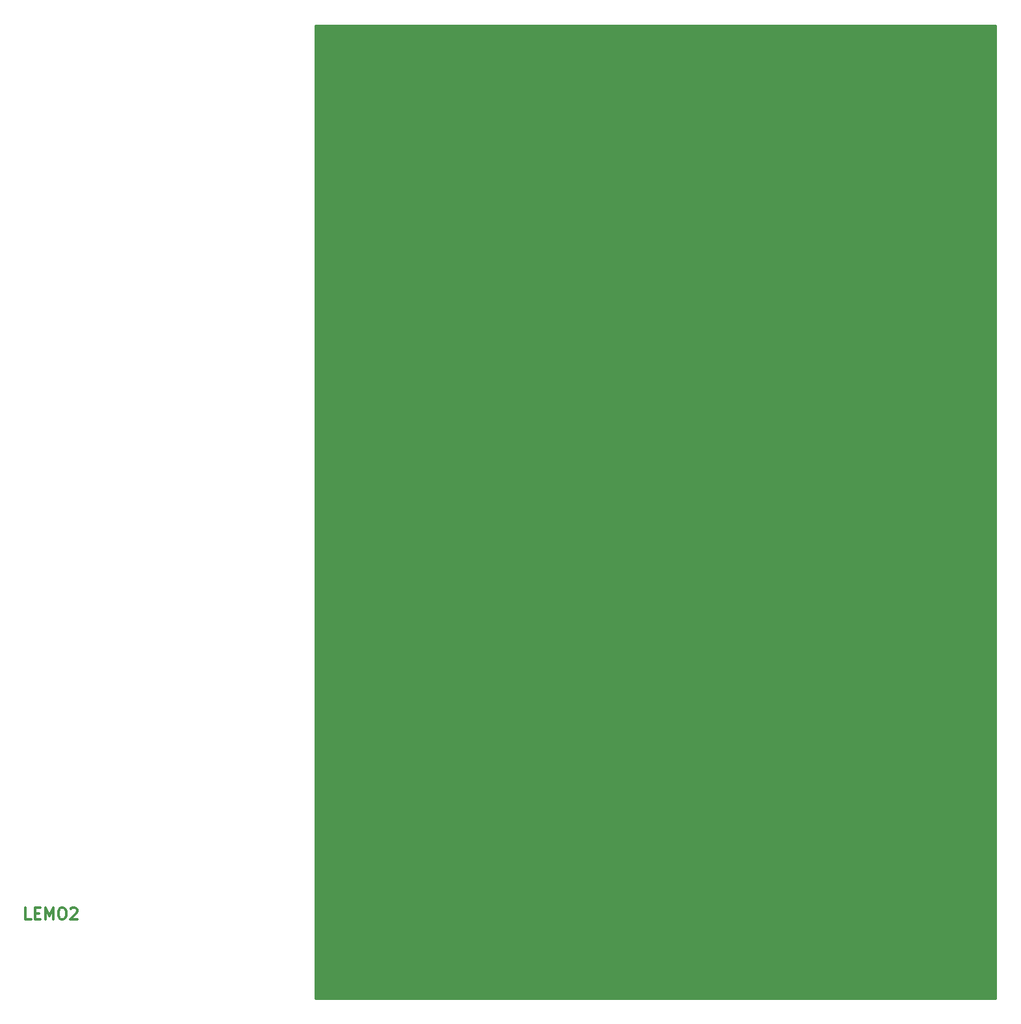
<source format=gbr>
G04 #@! TF.FileFunction,Drawing*
%FSLAX46Y46*%
G04 Gerber Fmt 4.6, Leading zero omitted, Abs format (unit mm)*
G04 Created by KiCad (PCBNEW 4.0.6) date Mon Aug  6 17:48:55 2018*
%MOMM*%
%LPD*%
G01*
G04 APERTURE LIST*
%ADD10C,0.100000*%
%ADD11C,0.304800*%
%ADD12C,0.254000*%
G04 APERTURE END LIST*
D10*
D11*
X105337429Y-167338829D02*
X104611715Y-167338829D01*
X104611715Y-165814829D01*
X105845429Y-166540543D02*
X106353429Y-166540543D01*
X106571143Y-167338829D02*
X105845429Y-167338829D01*
X105845429Y-165814829D01*
X106571143Y-165814829D01*
X107224286Y-167338829D02*
X107224286Y-165814829D01*
X107732286Y-166903400D01*
X108240286Y-165814829D01*
X108240286Y-167338829D01*
X109256286Y-165814829D02*
X109546572Y-165814829D01*
X109691714Y-165887400D01*
X109836857Y-166032543D01*
X109909429Y-166322829D01*
X109909429Y-166830829D01*
X109836857Y-167121114D01*
X109691714Y-167266257D01*
X109546572Y-167338829D01*
X109256286Y-167338829D01*
X109111143Y-167266257D01*
X108966000Y-167121114D01*
X108893429Y-166830829D01*
X108893429Y-166322829D01*
X108966000Y-166032543D01*
X109111143Y-165887400D01*
X109256286Y-165814829D01*
X110490000Y-165959971D02*
X110562571Y-165887400D01*
X110707714Y-165814829D01*
X111070571Y-165814829D01*
X111215714Y-165887400D01*
X111288285Y-165959971D01*
X111360857Y-166105114D01*
X111360857Y-166250257D01*
X111288285Y-166467971D01*
X110417428Y-167338829D01*
X111360857Y-167338829D01*
D12*
G36*
X231013000Y-177673000D02*
X142367000Y-177673000D01*
X142367000Y-50927000D01*
X231013000Y-50927000D01*
X231013000Y-177673000D01*
X231013000Y-177673000D01*
G37*
X231013000Y-177673000D02*
X142367000Y-177673000D01*
X142367000Y-50927000D01*
X231013000Y-50927000D01*
X231013000Y-177673000D01*
M02*

</source>
